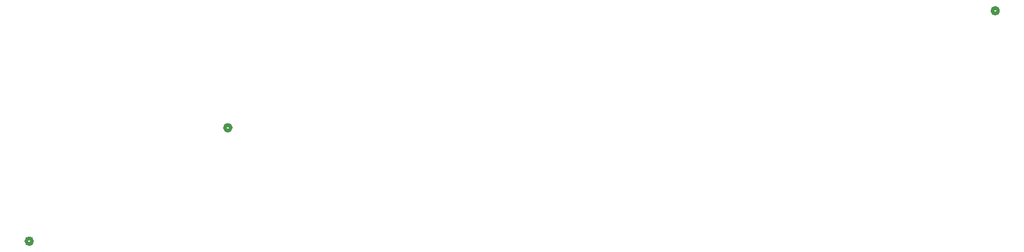
<source format=gbr>
%TF.GenerationSoftware,KiCad,Pcbnew,8.0.4*%
%TF.CreationDate,2024-09-16T18:55:14-07:00*%
%TF.ProjectId,Dorr_Amp_REV-,446f7272-5f41-46d7-905f-5245562d2e6b,-*%
%TF.SameCoordinates,Original*%
%TF.FileFunction,Legend,Bot*%
%TF.FilePolarity,Positive*%
%FSLAX46Y46*%
G04 Gerber Fmt 4.6, Leading zero omitted, Abs format (unit mm)*
G04 Created by KiCad (PCBNEW 8.0.4) date 2024-09-16 18:55:14*
%MOMM*%
%LPD*%
G01*
G04 APERTURE LIST*
%ADD10C,0.508000*%
G04 APERTURE END LIST*
D10*
%TO.C,J3*%
X76631800Y-109484800D02*
G75*
G02*
X75869800Y-109484800I-381000J0D01*
G01*
X75869800Y-109484800D02*
G75*
G02*
X76631800Y-109484800I381000J0D01*
G01*
%TO.C,J1*%
X178028599Y-93996500D02*
G75*
G02*
X177266599Y-93996500I-381000J0D01*
G01*
X177266599Y-93996500D02*
G75*
G02*
X178028599Y-93996500I381000J0D01*
G01*
%TO.C,J2*%
X50388800Y-124501400D02*
G75*
G02*
X49626800Y-124501400I-381000J0D01*
G01*
X49626800Y-124501400D02*
G75*
G02*
X50388800Y-124501400I381000J0D01*
G01*
%TD*%
M02*

</source>
